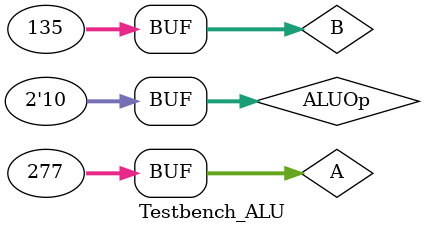
<source format=v>
`timescale 1ns / 1ps


module Testbench_ALU();
    
    reg     [31:0]  A,B;
    reg     [1:0]   ALUOp;
    
    wire    [31:0]  C;
    wire            Zero;
    
    ALU ALU(
        .A(A),
        .B(B),
        .ALUOp(ALUOp),
        .C(C),
        .Zero(Zero)
    );
    
    initial
    begin
        A=277;
        B=135;
        ALUOp=0;
        #20 ALUOp=1;
        #20 ALUOp=2;
    end
    
endmodule

</source>
